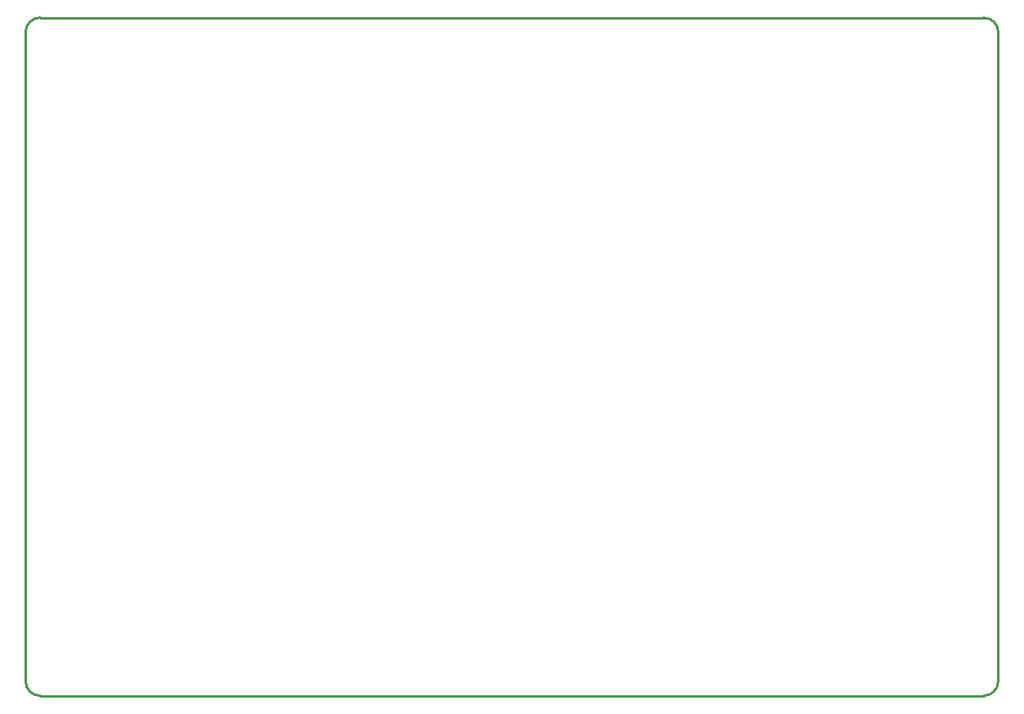
<source format=gko>
G04 Layer: BoardOutline*
G04 EasyEDA v6.3.39, 2020-04-29T16:10:24+08:00*
G04 8e32648d726441b9b9f64577d1232170,fed530592efb474aaabf7115e2e2b964,10*
G04 Gerber Generator version 0.2*
G04 Scale: 100 percent, Rotated: No, Reflected: No *
G04 Dimensions in millimeters *
G04 leading zeros omitted , absolute positions ,3 integer and 3 decimal *
%FSLAX33Y33*%
%MOMM*%
G90*
G71D02*

%ADD10C,0.254000*%
G54D10*
G01X1481Y70272D02*
G01X99278Y70272D01*
G01X1481Y1D02*
G01X99271Y1D01*
G01X100762Y1491D02*
G01X100762Y68788D01*
G01X0Y68791D02*
G01X0Y1481D01*
G75*
G01X99280Y70271D02*
G02X100761Y68790I0J-1481D01*
G01*
G75*
G01X0Y68791D02*
G02X1481Y70273I1481J0D01*
G01*
G75*
G01X99279Y70273D02*
G02X99280Y70271I0J-2D01*
G01*
G75*
G01X1481Y0D02*
G02X0Y1481I0J1481D01*
G01*
G75*
G01X100762Y1491D02*
G02X99281Y10I-1481J0D01*
G01*
G75*
G01X99271Y0D02*
G03X99281Y10I0J10D01*
G01*
G75*
G01X100762Y68789D02*
G03X100761Y68790I-1J0D01*
G01*
G01*
X0Y1481D02*
X0Y1481D01*

%LPD*%
M00*
M02*

</source>
